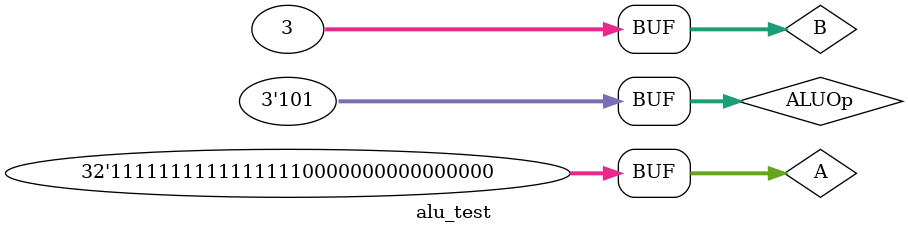
<source format=v>
`timescale 1ns / 1ps


module alu_test;

	// Inputs
	reg [31:0] A;
	reg [31:0] B;
	reg [2:0] ALUOp;

	// Outputs
	wire [31:0] C;

	// Instantiate the Unit Under Test (UUT)
	alu uut (
		.A(A), 
		.B(B), 
		.ALUOp(ALUOp), 
		.C(C)
	);

	initial begin
		// Initialize Inputs
		A = 0;
		B = 0;
		ALUOp = 0;

		// Wait 100 ns for global reset to finish
		#10;
      A=32'hffff0000;
		B=32'h00000003;
		ALUOp=3'd5;
		#10;
      A=32'hffff0000;
		B=32'h00000003;
		ALUOp=3'd5;
		#10;
      A=32'hffff0000;
		B=32'h00000003;
		ALUOp=3'd5;
		#10;
      A=32'hffff0000;
		B=32'h00000003;
		ALUOp=3'd5;
		#10;
      A=32'hffff0000;
		B=32'h00000003;
		ALUOp=3'd5;
		// Add stimulus here

	end
      
endmodule


</source>
